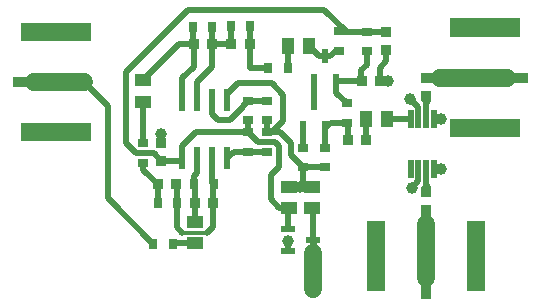
<source format=gbr>
G04 DipTrace 2.4.0.2*
%INTopMirror.gbr*%
%MOIN*%
%ADD12C,0.0197*%
%ADD13C,0.0591*%
%ADD14C,0.0335*%
%ADD15C,0.0315*%
%ADD16C,0.0343*%
%ADD17C,0.0118*%
%ADD18C,0.0244*%
%ADD22R,0.0366X0.0343*%
%ADD23R,0.0437X0.0579*%
%ADD24R,0.0343X0.0366*%
%ADD25R,0.0579X0.0437*%
%ADD26R,0.063X0.2362*%
%ADD27R,0.0335X0.0394*%
%ADD28R,0.2362X0.063*%
%ADD29R,0.0394X0.0335*%
%ADD30R,0.0244X0.048*%
%ADD31R,0.0366X0.0311*%
%ADD32R,0.0311X0.0366*%
%ADD33R,0.0197X0.0638*%
%ADD34R,0.0236X0.0776*%
%ADD35R,0.0543X0.0413*%
%ADD36R,0.048X0.0244*%
%ADD37C,0.0394*%
%FSLAX44Y44*%
G04*
G70*
G90*
G75*
G01*
%LNTop*%
%LPD*%
X17894Y8282D2*
D12*
X18150D1*
X17165Y7657D2*
X17382Y7874D1*
Y8282D1*
X17894Y9951D2*
X18150D1*
X17382D2*
Y10354D1*
X17106Y10630D1*
X8823Y9157D2*
Y9461D1*
X16319Y12244D2*
Y11870D1*
X16094Y11646D1*
Y11213D1*
X16106Y11201D1*
X12335Y9500D2*
Y9913D1*
X16106Y11201D2*
X16390D1*
X11020Y10583D2*
Y10764D1*
X11390Y11134D1*
X12492D1*
X12866Y10760D1*
Y9870D1*
X12516Y9520D1*
X12354D1*
X12335Y9500D1*
X13083Y7681D2*
X13457D1*
X13850D2*
X13457D1*
X13049Y5535D2*
Y5884D1*
X14280Y8339D2*
X13551D1*
X13543Y8346D1*
Y7768D1*
X13457Y7681D1*
X12335Y9500D2*
X12783D1*
X13150Y9134D1*
Y8740D1*
X13543Y8346D1*
X15650Y9232D2*
Y9961D1*
X15661Y12862D2*
X14740D1*
X14728Y12874D1*
X15661Y12862D2*
X16315D1*
X16319Y12858D1*
X11705Y9917D2*
Y9504D1*
X9976D1*
X9520Y9047D1*
Y8634D1*
X8823Y8543D2*
X9429D1*
X9520Y8634D1*
X8823Y8543D2*
Y8563D1*
X8575Y8811D1*
X7965D1*
X7630Y9146D1*
Y11508D1*
X9717Y13594D1*
X14244D1*
X14965Y12874D1*
X14728D1*
X13049Y6283D2*
Y6947D1*
X13083Y6980D1*
X12744D1*
X12461Y7264D1*
Y8071D1*
X12736Y8346D1*
Y9035D1*
X12598Y9173D1*
X12035D1*
X11705Y9504D1*
X13535Y9638D2*
Y9000D1*
X13543Y8992D1*
X15035Y9232D2*
Y9795D1*
X15004Y9827D1*
X14472D1*
X14283Y9638D1*
X14280Y8984D2*
Y9634D1*
X14283Y9638D1*
X13909Y11213D2*
Y10476D1*
X14657Y11213D2*
Y10819D1*
X15004Y10472D1*
X15492Y11201D2*
X14669D1*
X14657Y11213D1*
X15661Y12217D2*
Y11744D1*
X15484Y11567D1*
Y11209D1*
X15492Y11201D1*
X14728Y12228D2*
X14630D1*
X14441Y12039D1*
X14295D1*
X14283Y12051D1*
X13752Y12394D2*
X14087Y12059D1*
X14276D1*
X8547Y5787D2*
X7028Y7307D1*
Y10394D1*
X6248Y11173D1*
D13*
X4567D1*
D14*
X4075D1*
X13043Y12394D2*
D12*
X13028D1*
Y11654D1*
X12382D2*
X11764D1*
Y12433D1*
Y13024D1*
X11783Y13043D1*
X11138D2*
Y12445D1*
X11150Y12433D1*
X10508D1*
Y13008D1*
X10524Y13024D1*
X10508Y12433D2*
Y11689D1*
X10012Y11193D1*
Y10591D1*
X10020Y10583D1*
X9878Y13024D2*
Y12449D1*
X9894Y12433D1*
X9421D1*
X8220Y11232D1*
X9894Y12433D2*
Y11685D1*
X9520Y11311D1*
Y10583D1*
X8220Y10524D2*
Y9142D1*
X17126Y9951D2*
X16368D1*
X16358Y9961D1*
X11705Y10563D2*
X12335D1*
Y10559D1*
X10520Y10583D2*
Y10114D1*
X10720Y9913D1*
X11094D1*
X11528Y10346D1*
Y10386D1*
X11705Y10563D1*
X17638Y8282D2*
Y7668D1*
D15*
Y7520D1*
D16*
X17646Y7512D1*
X17638Y9951D2*
D12*
Y10565D1*
D15*
Y10689D1*
D16*
X17646Y10697D1*
X8220Y8496D2*
D12*
Y8256D1*
X8709Y7768D1*
Y7169D1*
X8697Y7157D1*
X10543D2*
Y7752D1*
X10559Y7768D1*
X9343Y7157D2*
Y7748D1*
X9323Y7768D1*
X9343Y7157D2*
Y6331D1*
X9520Y6154D1*
D17*
X10346D1*
D12*
X10543Y6350D1*
Y7157D1*
X10520Y8634D2*
Y7807D1*
X10559Y7768D1*
X9929Y7157D2*
Y7752D1*
X9913Y7768D1*
X10020Y8634D2*
Y8150D1*
X9913Y8043D1*
Y7768D1*
X9929Y7157D2*
Y6512D1*
X9933Y6508D1*
Y5799D2*
X9283D1*
X9272Y5787D1*
X9193D1*
X11705Y8858D2*
X12335D1*
Y8854D1*
X11240D1*
X11020Y8634D1*
X17646Y11311D2*
D16*
X18124Y11319D1*
D13*
X20354D1*
D14*
X20846D1*
X17638Y4154D2*
X17646Y4646D1*
D13*
Y6431D1*
D16*
Y6898D1*
X13888Y5909D2*
D12*
Y6943D1*
X13850Y6980D1*
X13888Y5909D2*
D18*
Y5492D1*
D13*
Y4281D1*
X13878Y4272D1*
D37*
X18150Y8282D3*
X17165Y7657D3*
X18150Y9951D3*
Y8282D3*
X17106Y10630D3*
X18150Y9951D3*
X8823Y9461D3*
X17106Y10630D3*
X16390Y11201D3*
X13457Y7681D3*
X13049Y5884D3*
X13457Y7681D3*
D22*
X17646Y10697D3*
Y11311D3*
D23*
X16358Y9961D3*
X15650D3*
D22*
X17646Y7512D3*
Y6898D3*
X16319Y12244D3*
Y12858D3*
D24*
X15492Y11201D3*
X16106D3*
D23*
X13043Y12394D3*
X13752D3*
D22*
X8823Y9157D3*
Y8543D3*
D24*
X11150Y12433D3*
X11764D3*
X9894D3*
X10508D3*
D25*
X8220Y10524D3*
Y11232D3*
D24*
X9323Y7768D3*
X8709D3*
X9929Y7157D3*
X10543D3*
D25*
X9933Y5799D3*
Y6508D3*
G36*
X18425Y9961D2*
Y9331D1*
X20787D1*
Y9961D1*
X18425D1*
G37*
G36*
X20650Y11486D2*
Y11152D1*
X21043D1*
Y11486D1*
X20650D1*
G37*
G36*
X18425Y13307D2*
Y12677D1*
X20787D1*
Y13307D1*
X18425D1*
G37*
D26*
X15965Y5394D3*
D27*
X17638Y4154D3*
D26*
X19311Y5394D3*
D28*
X5315Y12846D3*
D29*
X4075Y11173D3*
D28*
X5315Y9500D3*
D24*
X15650Y9232D3*
X15035D3*
D30*
X14283Y9638D3*
X13535D3*
X13909Y10476D3*
X14657Y11213D3*
X13909D3*
X14283Y12051D3*
D31*
X11705Y10563D3*
Y9917D3*
X12335Y9913D3*
Y10559D3*
X11705Y8858D3*
Y9504D3*
X12335Y9500D3*
Y8854D3*
X13543Y8346D3*
Y8992D3*
X14280Y8339D3*
Y8984D3*
X15004Y9827D3*
Y10472D3*
X15661Y12217D3*
Y12862D3*
X14728Y12228D3*
Y12874D3*
D32*
X12382Y11654D3*
X13028D3*
X11138Y13043D3*
X11783D3*
X9878Y13024D3*
X10524D3*
D31*
X8220Y8496D3*
Y9142D3*
D32*
X9343Y7157D3*
X8697D3*
X9913Y7768D3*
X10559D3*
X9193Y5787D3*
X8547D3*
D33*
X17894Y8282D3*
X17638D3*
X17382D3*
X17126D3*
Y9951D3*
X17382D3*
X17638D3*
X17894D3*
D34*
X9520Y10583D3*
X10020D3*
X10520D3*
X11020D3*
Y8634D3*
X10520D3*
X10020D3*
X9520D3*
D35*
X13850Y6980D3*
Y7681D3*
X13083Y6980D3*
Y7681D3*
D36*
X13049Y5535D3*
Y6283D3*
X13888Y5909D3*
M02*

</source>
